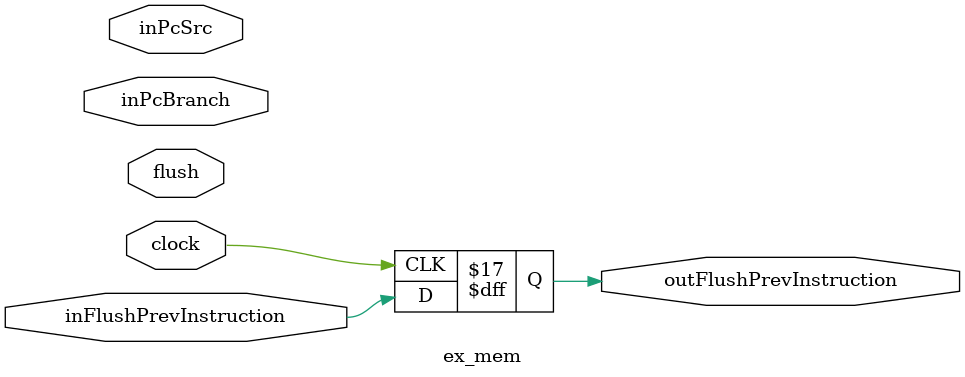
<source format=v>
module ex_mem( 
	inPcBranch,
	inPcSrc, 
	inFlushPrevInstruction,
	flush,
	clock,  
	outFlushPrevInstruction
);

input [31:0]inPcBranch; 
input clock, inPcSrc, flush, inFlushPrevInstruction;
output outFlushPrevInstruction;

reg memWrite, memRead, word, regWrite, pcSrc, outFlushPrevInstruction;
reg [31:0]result, readData2, pcBranch; 
reg [4:0]rd;
reg [0:8]controlBits;

always @ (posedge clock) begin
	if (flush) begin 
		memRead <= 0;
		controlBits <= 0;
		memWrite <= 0;
		word <= 0;
		regWrite <= 0;
	end else begin 
		memRead <= id_ex.controlBits[2];
		controlBits <= id_ex.controlBits;
		memWrite <=  id_ex.controlBits[4];
		word <= id_ex.controlBits[8];
		regWrite <= id_ex.controlBits[6];
	end 
	result <= exec.result;
	readData2 <= id_ex.readData2;
	rd <= id_ex.rd;
	pcBranch <= inPcBranch;
	pcSrc <= inPcSrc;
	outFlushPrevInstruction <= inFlushPrevInstruction;
end

endmodule
</source>
